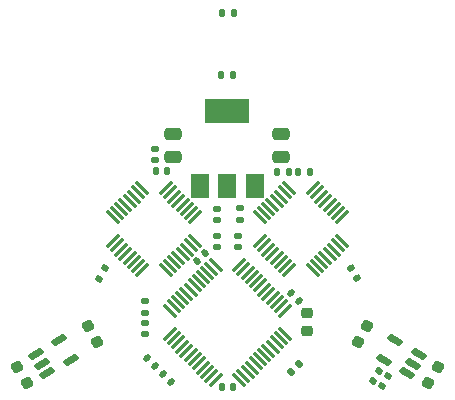
<source format=gbr>
%TF.GenerationSoftware,KiCad,Pcbnew,7.0.0-da2b9df05c~163~ubuntu22.04.1*%
%TF.CreationDate,2023-03-01T01:28:45+03:00*%
%TF.ProjectId,freeeeg16-alpha,66726565-6565-4673-9136-2d616c706861,rev?*%
%TF.SameCoordinates,Original*%
%TF.FileFunction,Paste,Bot*%
%TF.FilePolarity,Positive*%
%FSLAX46Y46*%
G04 Gerber Fmt 4.6, Leading zero omitted, Abs format (unit mm)*
G04 Created by KiCad (PCBNEW 7.0.0-da2b9df05c~163~ubuntu22.04.1) date 2023-03-01 01:28:45*
%MOMM*%
%LPD*%
G01*
G04 APERTURE LIST*
G04 Aperture macros list*
%AMRoundRect*
0 Rectangle with rounded corners*
0 $1 Rounding radius*
0 $2 $3 $4 $5 $6 $7 $8 $9 X,Y pos of 4 corners*
0 Add a 4 corners polygon primitive as box body*
4,1,4,$2,$3,$4,$5,$6,$7,$8,$9,$2,$3,0*
0 Add four circle primitives for the rounded corners*
1,1,$1+$1,$2,$3*
1,1,$1+$1,$4,$5*
1,1,$1+$1,$6,$7*
1,1,$1+$1,$8,$9*
0 Add four rect primitives between the rounded corners*
20,1,$1+$1,$2,$3,$4,$5,0*
20,1,$1+$1,$4,$5,$6,$7,0*
20,1,$1+$1,$6,$7,$8,$9,0*
20,1,$1+$1,$8,$9,$2,$3,0*%
G04 Aperture macros list end*
%ADD10RoundRect,0.135000X-0.092715X0.209413X-0.227715X-0.024413X0.092715X-0.209413X0.227715X0.024413X0*%
%ADD11RoundRect,0.140000X-0.077224X0.206244X-0.217224X-0.036244X0.077224X-0.206244X0.217224X0.036244X0*%
%ADD12RoundRect,0.140000X0.170000X-0.140000X0.170000X0.140000X-0.170000X0.140000X-0.170000X-0.140000X0*%
%ADD13RoundRect,0.135000X-0.185000X0.135000X-0.185000X-0.135000X0.185000X-0.135000X0.185000X0.135000X0*%
%ADD14RoundRect,0.140000X0.140000X0.170000X-0.140000X0.170000X-0.140000X-0.170000X0.140000X-0.170000X0*%
%ADD15RoundRect,0.225000X0.329006X-0.069856X0.104006X0.319856X-0.329006X0.069856X-0.104006X-0.319856X0*%
%ADD16RoundRect,0.140000X-0.219203X-0.021213X-0.021213X-0.219203X0.219203X0.021213X0.021213X0.219203X0*%
%ADD17RoundRect,0.225000X-0.104006X0.319856X-0.329006X-0.069856X0.104006X-0.319856X0.329006X0.069856X0*%
%ADD18RoundRect,0.140000X-0.170000X0.140000X-0.170000X-0.140000X0.170000X-0.140000X0.170000X0.140000X0*%
%ADD19RoundRect,0.075000X-0.415425X-0.521491X0.521491X0.415425X0.415425X0.521491X-0.521491X-0.415425X0*%
%ADD20RoundRect,0.075000X0.415425X-0.521491X0.521491X-0.415425X-0.415425X0.521491X-0.521491X0.415425X0*%
%ADD21RoundRect,0.150000X-0.368838X-0.386154X0.518838X0.126346X0.368838X0.386154X-0.518838X-0.126346X0*%
%ADD22R,1.500000X2.000000*%
%ADD23R,3.800000X2.000000*%
%ADD24RoundRect,0.075000X0.530330X-0.424264X-0.424264X0.530330X-0.530330X0.424264X0.424264X-0.530330X0*%
%ADD25RoundRect,0.075000X0.530330X0.424264X0.424264X0.530330X-0.530330X-0.424264X-0.424264X-0.530330X0*%
%ADD26RoundRect,0.140000X-0.021213X0.219203X-0.219203X0.021213X0.021213X-0.219203X0.219203X-0.021213X0*%
%ADD27RoundRect,0.135000X-0.135000X-0.185000X0.135000X-0.185000X0.135000X0.185000X-0.135000X0.185000X0*%
%ADD28RoundRect,0.140000X0.219203X0.021213X0.021213X0.219203X-0.219203X-0.021213X-0.021213X-0.219203X0*%
%ADD29RoundRect,0.150000X0.518838X-0.126346X-0.368838X0.386154X-0.518838X0.126346X0.368838X-0.386154X0*%
%ADD30RoundRect,0.140000X-0.140000X-0.170000X0.140000X-0.170000X0.140000X0.170000X-0.140000X0.170000X0*%
%ADD31RoundRect,0.250000X0.475000X-0.250000X0.475000X0.250000X-0.475000X0.250000X-0.475000X-0.250000X0*%
%ADD32RoundRect,0.225000X-0.250000X0.225000X-0.250000X-0.225000X0.250000X-0.225000X0.250000X0.225000X0*%
%ADD33RoundRect,0.075000X-0.424264X-0.530330X0.530330X0.424264X0.424264X0.530330X-0.530330X-0.424264X0*%
%ADD34RoundRect,0.075000X0.424264X-0.530330X0.530330X-0.424264X-0.424264X0.530330X-0.530330X0.424264X0*%
%ADD35RoundRect,0.135000X0.035355X-0.226274X0.226274X-0.035355X-0.035355X0.226274X-0.226274X0.035355X0*%
%ADD36RoundRect,0.135000X-0.227715X0.024413X-0.092715X-0.209413X0.227715X-0.024413X0.092715X0.209413X0*%
G04 APERTURE END LIST*
D10*
%TO.C,R12*%
X13597996Y-10100419D03*
X13087996Y-10983765D03*
%TD*%
D11*
%TO.C,C40*%
X12838400Y-9718908D03*
X12358400Y-10550292D03*
%TD*%
D12*
%TO.C,C36*%
X-6985000Y-6576000D03*
X-6985000Y-5616000D03*
%TD*%
D13*
%TO.C,R6*%
X-6985000Y-3808000D03*
X-6985000Y-4828000D03*
%TD*%
D14*
%TO.C,C22*%
X-5108000Y7239000D03*
X-6068000Y7239000D03*
%TD*%
D15*
%TO.C,C3*%
X-17011500Y-10704170D03*
X-17786500Y-9361830D03*
%TD*%
D16*
%TO.C,C20*%
X-5419411Y-9998389D03*
X-4740589Y-10677211D03*
%TD*%
D14*
%TO.C,C35*%
X480000Y-11049000D03*
X-480000Y-11049000D03*
%TD*%
D17*
%TO.C,C2*%
X11817500Y-5932830D03*
X11042500Y-7275170D03*
%TD*%
%TO.C,C1*%
X17786500Y-9361830D03*
X17011500Y-10704170D03*
%TD*%
D18*
%TO.C,C5*%
X1041400Y4061400D03*
X1041400Y3101400D03*
%TD*%
%TO.C,C11*%
X-6096000Y9088000D03*
X-6096000Y8128000D03*
%TD*%
D19*
%TO.C,U6*%
X-998788Y-10475876D03*
X-1352342Y-10122322D03*
X-1705895Y-9768769D03*
X-2059449Y-9415215D03*
X-2413002Y-9061662D03*
X-2766555Y-8708109D03*
X-3120109Y-8354555D03*
X-3473662Y-8001002D03*
X-3827215Y-7647449D03*
X-4180769Y-7293895D03*
X-4534322Y-6940342D03*
X-4887876Y-6586788D03*
D20*
X-4887876Y-4589212D03*
X-4534322Y-4235658D03*
X-4180769Y-3882105D03*
X-3827215Y-3528551D03*
X-3473662Y-3174998D03*
X-3120109Y-2821445D03*
X-2766555Y-2467891D03*
X-2413002Y-2114338D03*
X-2059449Y-1760785D03*
X-1705895Y-1407231D03*
X-1352342Y-1053678D03*
X-998788Y-700124D03*
D19*
X998788Y-700124D03*
X1352342Y-1053678D03*
X1705895Y-1407231D03*
X2059449Y-1760785D03*
X2413002Y-2114338D03*
X2766555Y-2467891D03*
X3120109Y-2821445D03*
X3473662Y-3174998D03*
X3827215Y-3528551D03*
X4180769Y-3882105D03*
X4534322Y-4235658D03*
X4887876Y-4589212D03*
D20*
X4887876Y-6586788D03*
X4534322Y-6940342D03*
X4180769Y-7293895D03*
X3827215Y-7647449D03*
X3473662Y-8001002D03*
X3120109Y-8354555D03*
X2766555Y-8708109D03*
X2413002Y-9061662D03*
X2059449Y-9415215D03*
X1705895Y-9768769D03*
X1352342Y-10122322D03*
X998788Y-10475876D03*
%TD*%
D12*
%TO.C,C21*%
X889000Y790000D03*
X889000Y1750000D03*
%TD*%
D21*
%TO.C,U4*%
X-15242104Y-9900474D03*
X-15717104Y-9077750D03*
X-16192104Y-8255026D03*
X-14221896Y-7117526D03*
X-13271896Y-8762974D03*
%TD*%
D22*
%TO.C,U10*%
X2299999Y5993999D03*
X0Y5993999D03*
D23*
X0Y12293999D03*
D22*
X-2299999Y5993999D03*
%TD*%
D18*
%TO.C,C12*%
X-889000Y4036000D03*
X-889000Y3076000D03*
%TD*%
D10*
%TO.C,R8*%
X-10387600Y-1006127D03*
X-10897600Y-1889473D03*
%TD*%
D24*
%TO.C,U3*%
X9705501Y1278373D03*
X9351948Y924819D03*
X8998394Y571266D03*
X8644841Y217713D03*
X8291287Y-135841D03*
X7937734Y-489394D03*
X7584181Y-842948D03*
X7230627Y-1196501D03*
D25*
X5215373Y-1196501D03*
X4861819Y-842948D03*
X4508266Y-489394D03*
X4154713Y-135841D03*
X3801159Y217713D03*
X3447606Y571266D03*
X3094052Y924819D03*
X2740499Y1278373D03*
D24*
X2740499Y3293627D03*
X3094052Y3647181D03*
X3447606Y4000734D03*
X3801159Y4354287D03*
X4154713Y4707841D03*
X4508266Y5061394D03*
X4861819Y5414948D03*
X5215373Y5768501D03*
D25*
X7230627Y5768501D03*
X7584181Y5414948D03*
X7937734Y5061394D03*
X8291287Y4707841D03*
X8644841Y4354287D03*
X8998394Y4000734D03*
X9351948Y3647181D03*
X9705501Y3293627D03*
%TD*%
D26*
%TO.C,C33*%
X-1905000Y254000D03*
X-2583822Y-424822D03*
%TD*%
D15*
%TO.C,C4*%
X-11042500Y-7275170D03*
X-11817500Y-5932830D03*
%TD*%
D27*
%TO.C,R4*%
X-510000Y15367000D03*
X510000Y15367000D03*
%TD*%
D28*
%TO.C,C41*%
X-6162989Y-9280211D03*
X-6841811Y-8601389D03*
%TD*%
D29*
%TO.C,U7*%
X16192104Y-8255026D03*
X15717104Y-9077750D03*
X15242104Y-9900474D03*
X13271896Y-8762974D03*
X14221896Y-7117526D03*
%TD*%
D30*
%TO.C,C6*%
X4219000Y7112000D03*
X5179000Y7112000D03*
%TD*%
D31*
%TO.C,C16*%
X-4572000Y8448000D03*
X-4572000Y10348000D03*
%TD*%
D18*
%TO.C,C13*%
X-889000Y1750000D03*
X-889000Y790000D03*
%TD*%
D32*
%TO.C,C32*%
X6731000Y-4813000D03*
X6731000Y-6363000D03*
%TD*%
D28*
%TO.C,C34*%
X6054411Y-3810000D03*
X5375589Y-3131178D03*
%TD*%
D33*
%TO.C,U8*%
X-7230627Y-1196501D03*
X-7584181Y-842948D03*
X-7937734Y-489394D03*
X-8291287Y-135841D03*
X-8644841Y217713D03*
X-8998394Y571266D03*
X-9351948Y924819D03*
X-9705501Y1278373D03*
D34*
X-9705501Y3293627D03*
X-9351948Y3647181D03*
X-8998394Y4000734D03*
X-8644841Y4354287D03*
X-8291287Y4707841D03*
X-7937734Y5061394D03*
X-7584181Y5414948D03*
X-7230627Y5768501D03*
D33*
X-5215373Y5768501D03*
X-4861819Y5414948D03*
X-4508266Y5061394D03*
X-4154713Y4707841D03*
X-3801159Y4354287D03*
X-3447606Y4000734D03*
X-3094052Y3647181D03*
X-2740499Y3293627D03*
D34*
X-2740499Y1278373D03*
X-3094052Y924819D03*
X-3447606Y571266D03*
X-3801159Y217713D03*
X-4154713Y-135841D03*
X-4508266Y-489394D03*
X-4861819Y-842948D03*
X-5215373Y-1196501D03*
%TD*%
D14*
%TO.C,C7*%
X6957000Y7112000D03*
X5997000Y7112000D03*
%TD*%
D35*
%TO.C,R5*%
X5354376Y-9834824D03*
X6075624Y-9113576D03*
%TD*%
D27*
%TO.C,R2*%
X-492000Y20574000D03*
X528000Y20574000D03*
%TD*%
D36*
%TO.C,R10*%
X10463800Y-955327D03*
X10973800Y-1838673D03*
%TD*%
D31*
%TO.C,C17*%
X4572000Y8448000D03*
X4572000Y10348000D03*
%TD*%
M02*

</source>
